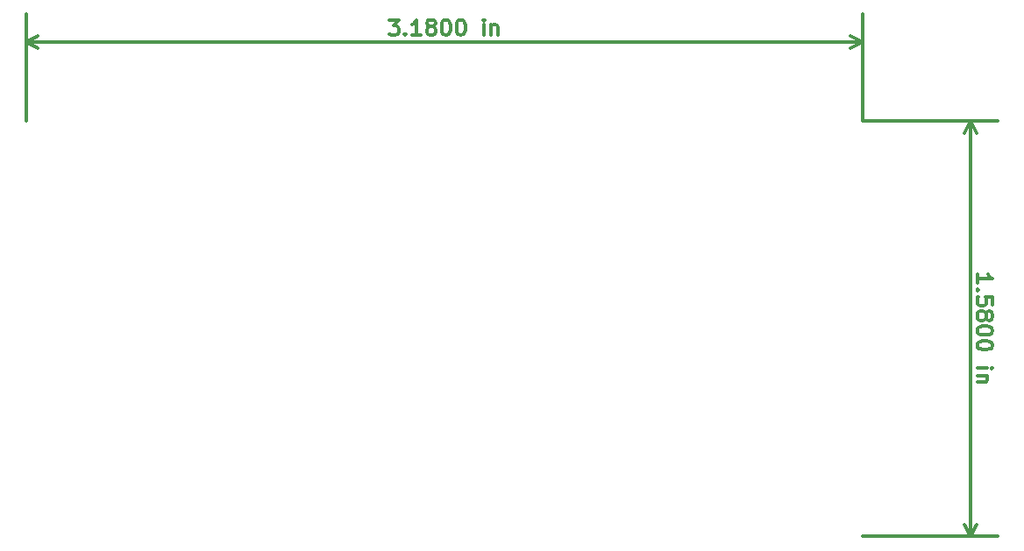
<source format=gbr>
G04 #@! TF.FileFunction,Drawing*
%FSLAX46Y46*%
G04 Gerber Fmt 4.6, Leading zero omitted, Abs format (unit mm)*
G04 Created by KiCad (PCBNEW 4.0.5+dfsg1-4) date Mon Nov 27 08:57:56 2017*
%MOMM*%
%LPD*%
G01*
G04 APERTURE LIST*
%ADD10C,0.100000*%
%ADD11C,0.300000*%
G04 APERTURE END LIST*
D10*
D11*
X132751429Y-46407144D02*
X132751429Y-45550001D01*
X132751429Y-45978573D02*
X134251429Y-45978573D01*
X134037143Y-45835716D01*
X133894286Y-45692858D01*
X133822857Y-45550001D01*
X132894286Y-47050001D02*
X132822857Y-47121429D01*
X132751429Y-47050001D01*
X132822857Y-46978572D01*
X132894286Y-47050001D01*
X132751429Y-47050001D01*
X134251429Y-48478573D02*
X134251429Y-47764287D01*
X133537143Y-47692858D01*
X133608571Y-47764287D01*
X133680000Y-47907144D01*
X133680000Y-48264287D01*
X133608571Y-48407144D01*
X133537143Y-48478573D01*
X133394286Y-48550001D01*
X133037143Y-48550001D01*
X132894286Y-48478573D01*
X132822857Y-48407144D01*
X132751429Y-48264287D01*
X132751429Y-47907144D01*
X132822857Y-47764287D01*
X132894286Y-47692858D01*
X133608571Y-49407144D02*
X133680000Y-49264286D01*
X133751429Y-49192858D01*
X133894286Y-49121429D01*
X133965714Y-49121429D01*
X134108571Y-49192858D01*
X134180000Y-49264286D01*
X134251429Y-49407144D01*
X134251429Y-49692858D01*
X134180000Y-49835715D01*
X134108571Y-49907144D01*
X133965714Y-49978572D01*
X133894286Y-49978572D01*
X133751429Y-49907144D01*
X133680000Y-49835715D01*
X133608571Y-49692858D01*
X133608571Y-49407144D01*
X133537143Y-49264286D01*
X133465714Y-49192858D01*
X133322857Y-49121429D01*
X133037143Y-49121429D01*
X132894286Y-49192858D01*
X132822857Y-49264286D01*
X132751429Y-49407144D01*
X132751429Y-49692858D01*
X132822857Y-49835715D01*
X132894286Y-49907144D01*
X133037143Y-49978572D01*
X133322857Y-49978572D01*
X133465714Y-49907144D01*
X133537143Y-49835715D01*
X133608571Y-49692858D01*
X134251429Y-50907143D02*
X134251429Y-51050000D01*
X134180000Y-51192857D01*
X134108571Y-51264286D01*
X133965714Y-51335715D01*
X133680000Y-51407143D01*
X133322857Y-51407143D01*
X133037143Y-51335715D01*
X132894286Y-51264286D01*
X132822857Y-51192857D01*
X132751429Y-51050000D01*
X132751429Y-50907143D01*
X132822857Y-50764286D01*
X132894286Y-50692857D01*
X133037143Y-50621429D01*
X133322857Y-50550000D01*
X133680000Y-50550000D01*
X133965714Y-50621429D01*
X134108571Y-50692857D01*
X134180000Y-50764286D01*
X134251429Y-50907143D01*
X134251429Y-52335714D02*
X134251429Y-52478571D01*
X134180000Y-52621428D01*
X134108571Y-52692857D01*
X133965714Y-52764286D01*
X133680000Y-52835714D01*
X133322857Y-52835714D01*
X133037143Y-52764286D01*
X132894286Y-52692857D01*
X132822857Y-52621428D01*
X132751429Y-52478571D01*
X132751429Y-52335714D01*
X132822857Y-52192857D01*
X132894286Y-52121428D01*
X133037143Y-52050000D01*
X133322857Y-51978571D01*
X133680000Y-51978571D01*
X133965714Y-52050000D01*
X134108571Y-52121428D01*
X134180000Y-52192857D01*
X134251429Y-52335714D01*
X132751429Y-54621428D02*
X133751429Y-54621428D01*
X134251429Y-54621428D02*
X134180000Y-54549999D01*
X134108571Y-54621428D01*
X134180000Y-54692856D01*
X134251429Y-54621428D01*
X134108571Y-54621428D01*
X133751429Y-55335714D02*
X132751429Y-55335714D01*
X133608571Y-55335714D02*
X133680000Y-55407142D01*
X133751429Y-55550000D01*
X133751429Y-55764285D01*
X133680000Y-55907142D01*
X133537143Y-55978571D01*
X132751429Y-55978571D01*
X132080000Y-30734000D02*
X132080000Y-70866000D01*
X121666000Y-30734000D02*
X134780000Y-30734000D01*
X121666000Y-70866000D02*
X134780000Y-70866000D01*
X132080000Y-70866000D02*
X131493579Y-69739496D01*
X132080000Y-70866000D02*
X132666421Y-69739496D01*
X132080000Y-30734000D02*
X131493579Y-31860504D01*
X132080000Y-30734000D02*
X132666421Y-31860504D01*
X75958573Y-20942571D02*
X76887144Y-20942571D01*
X76387144Y-21514000D01*
X76601430Y-21514000D01*
X76744287Y-21585429D01*
X76815716Y-21656857D01*
X76887144Y-21799714D01*
X76887144Y-22156857D01*
X76815716Y-22299714D01*
X76744287Y-22371143D01*
X76601430Y-22442571D01*
X76172858Y-22442571D01*
X76030001Y-22371143D01*
X75958573Y-22299714D01*
X77530001Y-22299714D02*
X77601429Y-22371143D01*
X77530001Y-22442571D01*
X77458572Y-22371143D01*
X77530001Y-22299714D01*
X77530001Y-22442571D01*
X79030001Y-22442571D02*
X78172858Y-22442571D01*
X78601430Y-22442571D02*
X78601430Y-20942571D01*
X78458573Y-21156857D01*
X78315715Y-21299714D01*
X78172858Y-21371143D01*
X79887144Y-21585429D02*
X79744286Y-21514000D01*
X79672858Y-21442571D01*
X79601429Y-21299714D01*
X79601429Y-21228286D01*
X79672858Y-21085429D01*
X79744286Y-21014000D01*
X79887144Y-20942571D01*
X80172858Y-20942571D01*
X80315715Y-21014000D01*
X80387144Y-21085429D01*
X80458572Y-21228286D01*
X80458572Y-21299714D01*
X80387144Y-21442571D01*
X80315715Y-21514000D01*
X80172858Y-21585429D01*
X79887144Y-21585429D01*
X79744286Y-21656857D01*
X79672858Y-21728286D01*
X79601429Y-21871143D01*
X79601429Y-22156857D01*
X79672858Y-22299714D01*
X79744286Y-22371143D01*
X79887144Y-22442571D01*
X80172858Y-22442571D01*
X80315715Y-22371143D01*
X80387144Y-22299714D01*
X80458572Y-22156857D01*
X80458572Y-21871143D01*
X80387144Y-21728286D01*
X80315715Y-21656857D01*
X80172858Y-21585429D01*
X81387143Y-20942571D02*
X81530000Y-20942571D01*
X81672857Y-21014000D01*
X81744286Y-21085429D01*
X81815715Y-21228286D01*
X81887143Y-21514000D01*
X81887143Y-21871143D01*
X81815715Y-22156857D01*
X81744286Y-22299714D01*
X81672857Y-22371143D01*
X81530000Y-22442571D01*
X81387143Y-22442571D01*
X81244286Y-22371143D01*
X81172857Y-22299714D01*
X81101429Y-22156857D01*
X81030000Y-21871143D01*
X81030000Y-21514000D01*
X81101429Y-21228286D01*
X81172857Y-21085429D01*
X81244286Y-21014000D01*
X81387143Y-20942571D01*
X82815714Y-20942571D02*
X82958571Y-20942571D01*
X83101428Y-21014000D01*
X83172857Y-21085429D01*
X83244286Y-21228286D01*
X83315714Y-21514000D01*
X83315714Y-21871143D01*
X83244286Y-22156857D01*
X83172857Y-22299714D01*
X83101428Y-22371143D01*
X82958571Y-22442571D01*
X82815714Y-22442571D01*
X82672857Y-22371143D01*
X82601428Y-22299714D01*
X82530000Y-22156857D01*
X82458571Y-21871143D01*
X82458571Y-21514000D01*
X82530000Y-21228286D01*
X82601428Y-21085429D01*
X82672857Y-21014000D01*
X82815714Y-20942571D01*
X85101428Y-22442571D02*
X85101428Y-21442571D01*
X85101428Y-20942571D02*
X85029999Y-21014000D01*
X85101428Y-21085429D01*
X85172856Y-21014000D01*
X85101428Y-20942571D01*
X85101428Y-21085429D01*
X85815714Y-21442571D02*
X85815714Y-22442571D01*
X85815714Y-21585429D02*
X85887142Y-21514000D01*
X86030000Y-21442571D01*
X86244285Y-21442571D01*
X86387142Y-21514000D01*
X86458571Y-21656857D01*
X86458571Y-22442571D01*
X40894000Y-23114000D02*
X121666000Y-23114000D01*
X40894000Y-30734000D02*
X40894000Y-20414000D01*
X121666000Y-30734000D02*
X121666000Y-20414000D01*
X121666000Y-23114000D02*
X120539496Y-23700421D01*
X121666000Y-23114000D02*
X120539496Y-22527579D01*
X40894000Y-23114000D02*
X42020504Y-23700421D01*
X40894000Y-23114000D02*
X42020504Y-22527579D01*
M02*

</source>
